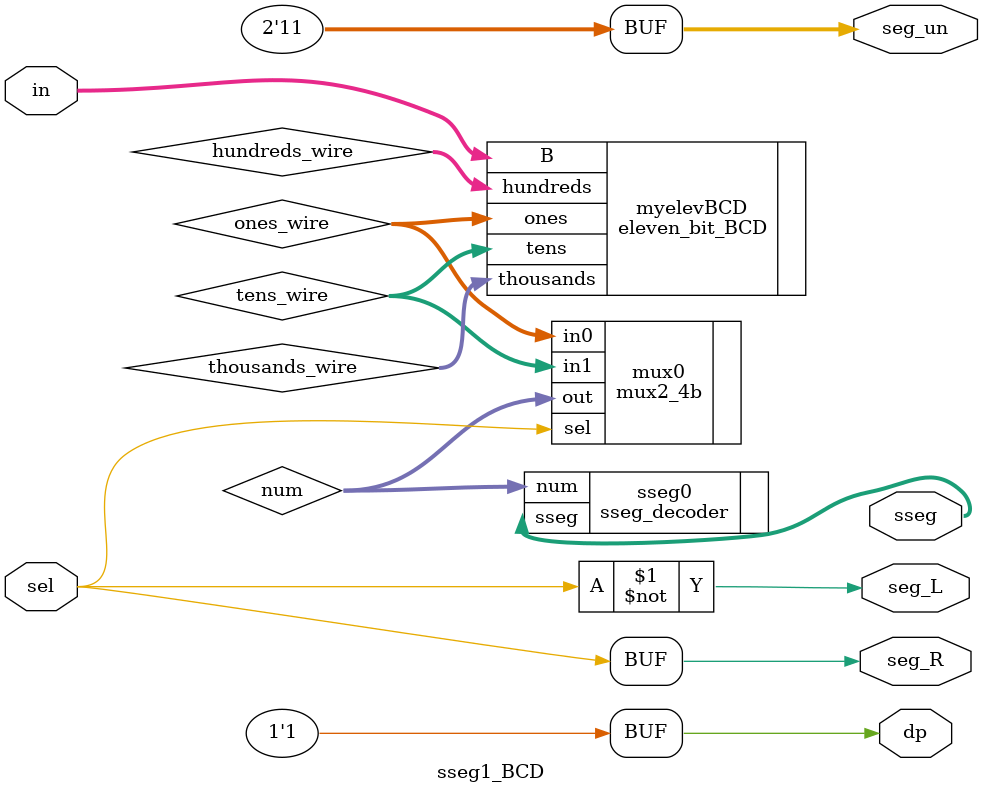
<source format=sv>
`timescale 1ns / 1ps


module sseg1_BCD(
    input[10:0] in,
    input sel,
    output [1:0] seg_un,
    output dp,
    output[6:0] sseg,
    output seg_L,
    output seg_R
    );
    wire[3:0] num;
    wire[3:0] ones_wire;
    wire[3:0] tens_wire;
    wire[3:0] hundreds_wire;
    wire[3:0] thousands_wire;
    
    eleven_bit_BCD myelevBCD(
        .B(in[10:0]),
        .ones(ones_wire),
        .tens(tens_wire),
        .hundreds(hundreds_wire),
        .thousands(thousands_wire)
        );
    
mux2_4b mux0(
    .in0(ones_wire),
    .in1(tens_wire),
    .sel(sel),
    .out(num)
    );
    
sseg_decoder sseg0(
    .num(num),
    .sseg(sseg)
    );
    
assign seg_L=~sel;
assign seg_R=sel;
assign seg_un[1:0] = 2'b11;
assign dp = 1;

endmodule

</source>
